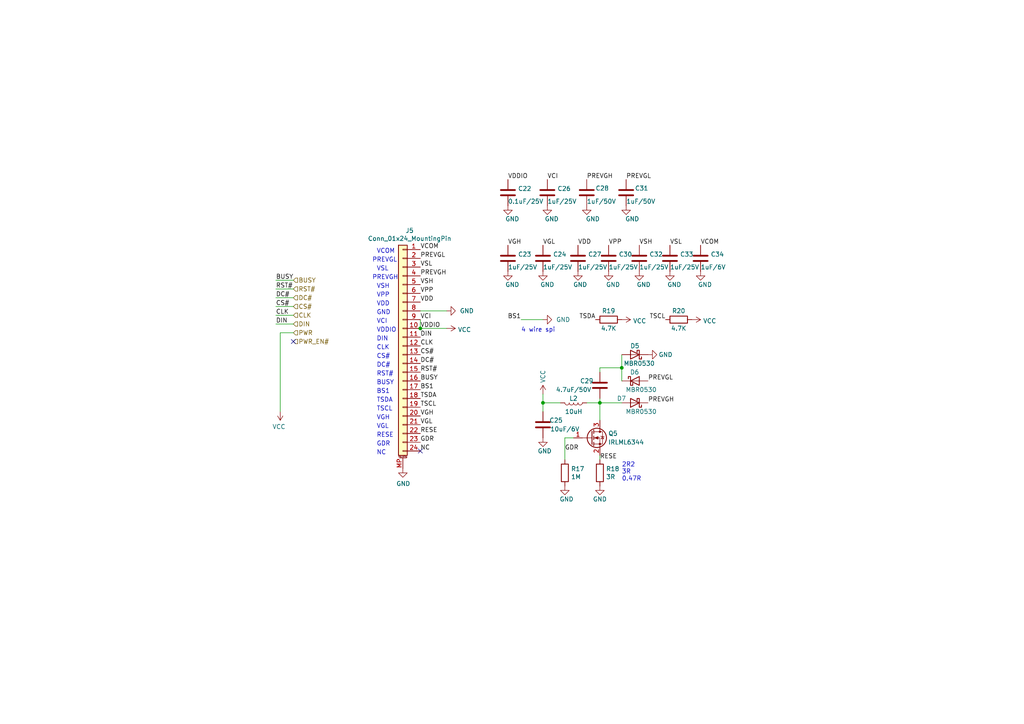
<source format=kicad_sch>
(kicad_sch (version 20211123) (generator eeschema)
  (paper "A4")
  (lib_symbols
    (symbol "Connector_Generic_MountingPin:Conn_01x24_MountingPin" (pin_names (offset 1.016) hide)
      (property "Reference" "J" (at 0 30.48 0))
      (property "Value" "Conn_01x24_MountingPin" (at 1.27 -33.02 0))
      (symbol "Conn_01x24_MountingPin_1_1"
        (rectangle (start -1.27 -30.353) (end 0 -30.607) (stroke (width 0.1524)))
        (rectangle (start -1.27 -27.813) (end 0 -28.067) (stroke (width 0.1524)))
        (rectangle (start -1.27 -25.273) (end 0 -25.527) (stroke (width 0.1524)))
        (rectangle (start -1.27 -22.733) (end 0 -22.987) (stroke (width 0.1524)))
        (rectangle (start -1.27 -20.193) (end 0 -20.447) (stroke (width 0.1524)))
        (rectangle (start -1.27 -17.653) (end 0 -17.907) (stroke (width 0.1524)))
        (rectangle (start -1.27 -15.113) (end 0 -15.367) (stroke (width 0.1524)))
        (rectangle (start -1.27 -12.573) (end 0 -12.827) (stroke (width 0.1524)))
        (rectangle (start -1.27 -10.033) (end 0 -10.287) (stroke (width 0.1524)))
        (rectangle (start -1.27 -7.493) (end 0 -7.747) (stroke (width 0.1524)))
        (rectangle (start -1.27 -4.953) (end 0 -5.207) (stroke (width 0.1524)))
        (rectangle (start -1.27 -2.413) (end 0 -2.667) (stroke (width 0.1524)))
        (rectangle (start -1.27 0.127) (end 0 -0.127) (stroke (width 0.1524)))
        (rectangle (start -1.27 2.667) (end 0 2.413) (stroke (width 0.1524)))
        (rectangle (start -1.27 5.207) (end 0 4.953) (stroke (width 0.1524)))
        (rectangle (start -1.27 7.747) (end 0 7.493) (stroke (width 0.1524)))
        (rectangle (start -1.27 10.287) (end 0 10.033) (stroke (width 0.1524)))
        (rectangle (start -1.27 12.827) (end 0 12.573) (stroke (width 0.1524)))
        (rectangle (start -1.27 15.367) (end 0 15.113) (stroke (width 0.1524)))
        (rectangle (start -1.27 17.907) (end 0 17.653) (stroke (width 0.1524)))
        (rectangle (start -1.27 20.447) (end 0 20.193) (stroke (width 0.1524)))
        (rectangle (start -1.27 22.987) (end 0 22.733) (stroke (width 0.1524)))
        (rectangle (start -1.27 25.527) (end 0 25.273) (stroke (width 0.1524)))
        (rectangle (start -1.27 28.067) (end 0 27.813) (stroke (width 0.1524)))
        (rectangle (start -1.27 29.21) (end 1.27 -31.75) (stroke (width 0.254)) (fill (type background)))
        (polyline (pts (xy -1.016 -32.512) (xy 1.016 -32.512)) (stroke (width 0.1524)))
        (text "Mounting" (at 0 -32.131 0) (effects (font (size 0.381 0.381))))
        (pin passive line (at -5.08 27.94 0) (length 3.81) (name "Pin_1") (number "1"))
        (pin passive line (at -5.08 5.08 0) (length 3.81) (name "Pin_10") (number "10"))
        (pin passive line (at -5.08 2.54 0) (length 3.81) (name "Pin_11") (number "11"))
        (pin passive line (at -5.08 0 0) (length 3.81) (name "Pin_12") (number "12"))
        (pin passive line (at -5.08 -2.54 0) (length 3.81) (name "Pin_13") (number "13"))
        (pin passive line (at -5.08 -5.08 0) (length 3.81) (name "Pin_14") (number "14"))
        (pin passive line (at -5.08 -7.62 0) (length 3.81) (name "Pin_15") (number "15"))
        (pin passive line (at -5.08 -10.16 0) (length 3.81) (name "Pin_16") (number "16"))
        (pin passive line (at -5.08 -12.7 0) (length 3.81) (name "Pin_17") (number "17"))
        (pin passive line (at -5.08 -15.24 0) (length 3.81) (name "Pin_18") (number "18"))
        (pin passive line (at -5.08 -17.78 0) (length 3.81) (name "Pin_19") (number "19"))
        (pin passive line (at -5.08 25.4 0) (length 3.81) (name "Pin_2") (number "2"))
        (pin passive line (at -5.08 -20.32 0) (length 3.81) (name "Pin_20") (number "20"))
        (pin passive line (at -5.08 -22.86 0) (length 3.81) (name "Pin_21") (number "21"))
        (pin passive line (at -5.08 -25.4 0) (length 3.81) (name "Pin_22") (number "22"))
        (pin passive line (at -5.08 -27.94 0) (length 3.81) (name "Pin_23") (number "23"))
        (pin passive line (at -5.08 -30.48 0) (length 3.81) (name "Pin_24") (number "24"))
        (pin passive line (at -5.08 22.86 0) (length 3.81) (name "Pin_3") (number "3"))
        (pin passive line (at -5.08 20.32 0) (length 3.81) (name "Pin_4") (number "4"))
        (pin passive line (at -5.08 17.78 0) (length 3.81) (name "Pin_5") (number "5"))
        (pin passive line (at -5.08 15.24 0) (length 3.81) (name "Pin_6") (number "6"))
        (pin passive line (at -5.08 12.7 0) (length 3.81) (name "Pin_7") (number "7"))
        (pin passive line (at -5.08 10.16 0) (length 3.81) (name "Pin_8") (number "8"))
        (pin passive line (at -5.08 7.62 0) (length 3.81) (name "Pin_9") (number "9"))
        (pin passive line (at 0 -35.56 90) (length 3.048) (name "MountPin") (number "MP"))
      )
    )
    (symbol "Device:C" (pin_numbers hide) (pin_names (offset 0.254))
      (property "Reference" "C" (at 0.635 2.54 0))
      (property "Value" "C" (at 0.635 -2.54 0))
      (symbol "C_0_1"
        (polyline (pts (xy -2.032 -0.762) (xy 2.032 -0.762)) (stroke (width 0.508)))
        (polyline (pts (xy -2.032 0.762) (xy 2.032 0.762)) (stroke (width 0.508)))
      )
      (symbol "C_1_1"
        (pin passive line (at 0 3.81 270) (length 2.794) (name "~") (number "1"))
        (pin passive line (at 0 -3.81 90) (length 2.794) (name "~") (number "2"))
      )
    )
    (symbol "Device:D_Schottky" (pin_numbers hide) (pin_names (offset 1.016) hide)
      (property "Reference" "D" (at 0 2.54 0))
      (property "Value" "D_Schottky" (at 0 -2.54 0))
      (symbol "D_Schottky_0_1"
        (polyline (pts (xy 1.27 0) (xy -1.27 0)))
        (polyline (pts (xy 1.27 1.27) (xy 1.27 -1.27) (xy -1.27 0) (xy 1.27 1.27)) (stroke (width 0.254)))
        (polyline (pts (xy -1.905 0.635) (xy -1.905 1.27) (xy -1.27 1.27) (xy -1.27 -1.27) (xy -0.635 -1.27) (xy -0.635 -0.635)) (stroke (width 0.254)))
      )
      (symbol "D_Schottky_1_1"
        (pin passive line (at -3.81 0 0) (length 2.54) (name "K") (number "1"))
        (pin passive line (at 3.81 0 180) (length 2.54) (name "A") (number "2"))
      )
    )
    (symbol "Device:L" (pin_numbers hide) (pin_names (offset 1.016) hide)
      (property "Reference" "L" (at -1.27 0 90))
      (property "Value" "L" (at 1.905 0 90))
      (symbol "L_0_1"
        (arc (start 0 -2.54) (mid 0.635 -1.905) (end 0 -1.27))
        (arc (start 0 -1.27) (mid 0.635 -0.635) (end 0 0))
        (arc (start 0 0) (mid 0.635 0.635) (end 0 1.27))
        (arc (start 0 1.27) (mid 0.635 1.905) (end 0 2.54))
      )
      (symbol "L_1_1"
        (pin passive line (at 0 3.81 270) (length 1.27) (name "1") (number "1"))
        (pin passive line (at 0 -3.81 90) (length 1.27) (name "2") (number "2"))
      )
    )
    (symbol "Device:Q_NMOS_GSD" (pin_names (offset 0) hide)
      (property "Reference" "Q" (at 5.08 1.27 0))
      (property "Value" "Q_NMOS_GSD" (at 5.08 -1.27 0))
      (symbol "Q_NMOS_GSD_0_1"
        (polyline (pts (xy 0.254 0) (xy -2.54 0)))
        (polyline (pts (xy 0.254 1.905) (xy 0.254 -1.905)) (stroke (width 0.254)))
        (polyline (pts (xy 0.762 -1.27) (xy 0.762 -2.286)) (stroke (width 0.254)))
        (polyline (pts (xy 0.762 0.508) (xy 0.762 -0.508)) (stroke (width 0.254)))
        (polyline (pts (xy 0.762 2.286) (xy 0.762 1.27)) (stroke (width 0.254)))
        (polyline (pts (xy 2.54 2.54) (xy 2.54 1.778)))
        (polyline (pts (xy 2.54 -2.54) (xy 2.54 0) (xy 0.762 0)))
        (polyline (pts (xy 0.762 -1.778) (xy 3.302 -1.778) (xy 3.302 1.778) (xy 0.762 1.778)))
        (polyline (pts (xy 1.016 0) (xy 2.032 0.381) (xy 2.032 -0.381) (xy 1.016 0)) (fill (type outline)))
        (polyline (pts (xy 2.794 0.508) (xy 2.921 0.381) (xy 3.683 0.381) (xy 3.81 0.254)))
        (polyline (pts (xy 3.302 0.381) (xy 2.921 -0.254) (xy 3.683 -0.254) (xy 3.302 0.381)))
        (circle (center 1.651 0) (radius 2.794) (stroke (width 0.254)))
        (circle (center 2.54 -1.778) (radius 0.254) (fill (type outline)))
        (circle (center 2.54 1.778) (radius 0.254) (fill (type outline)))
      )
      (symbol "Q_NMOS_GSD_1_1"
        (pin input line (at -5.08 0 0) (length 2.54) (name "G") (number "1"))
        (pin passive line (at 2.54 -5.08 90) (length 2.54) (name "S") (number "2"))
        (pin passive line (at 2.54 5.08 270) (length 2.54) (name "D") (number "3"))
      )
    )
    (symbol "Device:R" (pin_numbers hide) (pin_names (offset 0))
      (property "Reference" "R" (at 2.032 0 90))
      (property "Value" "R" (at 0 0 90))
      (symbol "R_0_1"
        (rectangle (start -1.016 -2.54) (end 1.016 2.54) (stroke (width 0.254)))
      )
      (symbol "R_1_1"
        (pin passive line (at 0 3.81 270) (length 1.27) (name "~") (number "1"))
        (pin passive line (at 0 -3.81 90) (length 1.27) (name "~") (number "2"))
      )
    )
    (symbol "power:GND" (power) (pin_names (offset 0))
      (property "Value" "GND" (at 0 -3.81 0))
      (symbol "GND_0_1"
        (polyline (pts (xy 0 0) (xy 0 -1.27) (xy 1.27 -1.27) (xy 0 -2.54) (xy -1.27 -1.27) (xy 0 -1.27)))
      )
      (symbol "GND_1_1"
        (pin power_in line (at 0 0 270) (length 0) hide (name "GND") (number "1"))
      )
    )
    (symbol "power:VCC" (power) (pin_names (offset 0))
      (property "Value" "VCC" (at 0 3.81 0))
      (symbol "VCC_0_1"
        (polyline (pts (xy -0.762 1.27) (xy 0 2.54)))
        (polyline (pts (xy 0 0) (xy 0 2.54)))
        (polyline (pts (xy 0 2.54) (xy 0.762 1.27)))
      )
      (symbol "VCC_1_1"
        (pin power_in line (at 0 0 90) (length 0) hide (name "VCC") (number "1"))
      )
    )
  )
  (junction (at 157.48 116.84))
  (junction (at 173.99 116.84))
  (junction (at 180.34 106.68))
  (junction (at 121.92 95.25))
  (no_connect (at 85.09 99.06))
  (no_connect (at 121.92 130.81))
  (wire (pts (xy 80.01 86.36) (xy 85.09 86.36)))
  (wire (pts (xy 151.13 92.71) (xy 157.48 92.71)))
  (wire (pts (xy 173.99 116.84) (xy 173.99 115.57)))
  (wire (pts (xy 166.37 127) (xy 163.83 127)))
  (wire (pts (xy 170.18 116.84) (xy 173.99 116.84)))
  (wire (pts (xy 80.01 93.98) (xy 85.09 93.98)))
  (wire (pts (xy 81.28 96.52) (xy 81.28 119.38)))
  (wire (pts (xy 81.28 96.52) (xy 85.09 96.52)))
  (wire (pts (xy 173.99 106.68) (xy 173.99 107.95)))
  (wire (pts (xy 129.54 90.17) (xy 121.92 90.17)))
  (wire (pts (xy 173.99 116.84) (xy 173.99 121.92)))
  (wire (pts (xy 163.83 127) (xy 163.83 133.35)))
  (wire (pts (xy 80.01 81.28) (xy 85.09 81.28)))
  (wire (pts (xy 80.01 88.9) (xy 85.09 88.9)))
  (wire (pts (xy 173.99 133.35) (xy 173.99 132.08)))
  (wire (pts (xy 180.34 106.68) (xy 173.99 106.68)))
  (wire (pts (xy 157.48 116.84) (xy 162.56 116.84)))
  (wire (pts (xy 157.48 114.3) (xy 157.48 116.84)))
  (wire (pts (xy 180.34 110.49) (xy 180.34 106.68)))
  (wire (pts (xy 129.54 95.25) (xy 121.92 95.25)))
  (wire (pts (xy 80.01 83.82) (xy 85.09 83.82)))
  (wire (pts (xy 180.34 106.68) (xy 180.34 102.87)))
  (wire (pts (xy 157.48 116.84) (xy 157.48 119.38)))
  (wire (pts (xy 121.92 92.71) (xy 121.92 95.25)))
  (wire (pts (xy 80.01 91.44) (xy 85.09 91.44)))
  (wire (pts (xy 173.99 116.84) (xy 180.34 116.84)))
  (text "DIN" (at 109.22 99.06 0) (effects (font (size 1.27 1.27)) (justify left bottom)))
  (text "VGL" (at 109.22 124.46 0) (effects (font (size 1.27 1.27)) (justify left bottom)))
  (text "RESE" (at 109.22 127 0) (effects (font (size 1.27 1.27)) (justify left bottom)))
  (text "CS#" (at 109.22 104.14 0) (effects (font (size 1.27 1.27)) (justify left bottom)))
  (text "VSL" (at 109.22 78.74 0) (effects (font (size 1.27 1.27)) (justify left bottom)))
  (text "4 wire spi" (at 151.13 96.52 0) (effects (font (size 1.27 1.27)) (justify left bottom)))
  (text "VCOM" (at 109.22 73.66 0) (effects (font (size 1.27 1.27)) (justify left bottom)))
  (text "GND" (at 109.22 91.44 0) (effects (font (size 1.27 1.27)) (justify left bottom)))
  (text "RST#" (at 109.22 109.22 0) (effects (font (size 1.27 1.27)) (justify left bottom)))
  (text "VCI" (at 109.22 93.98 0) (effects (font (size 1.27 1.27)) (justify left bottom)))
  (text "NC" (at 109.22 132.08 0) (effects (font (size 1.27 1.27)) (justify left bottom)))
  (text "TSCL" (at 109.22 119.38 0) (effects (font (size 1.27 1.27)) (justify left bottom)))
  (text "PREVGH" (at 107.95 81.28 0) (effects (font (size 1.27 1.27)) (justify left bottom)))
  (text "BS1" (at 109.22 114.3 0) (effects (font (size 1.27 1.27)) (justify left bottom)))
  (text "VPP" (at 109.22 86.36 0) (effects (font (size 1.27 1.27)) (justify left bottom)))
  (text "VGH" (at 109.22 121.92 0) (effects (font (size 1.27 1.27)) (justify left bottom)))
  (text "DC#" (at 109.22 106.68 0) (effects (font (size 1.27 1.27)) (justify left bottom)))
  (text "VDDIO" (at 109.22 96.52 0) (effects (font (size 1.27 1.27)) (justify left bottom)))
  (text "BUSY" (at 109.22 111.76 0) (effects (font (size 1.27 1.27)) (justify left bottom)))
  (text "PREVGL" (at 107.95 76.2 0) (effects (font (size 1.27 1.27)) (justify left bottom)))
  (text "GDR" (at 109.22 129.54 0) (effects (font (size 1.27 1.27)) (justify left bottom)))
  (text "VSH" (at 109.22 83.82 0) (effects (font (size 1.27 1.27)) (justify left bottom)))
  (text "TSDA" (at 109.22 116.84 0) (effects (font (size 1.27 1.27)) (justify left bottom)))
  (text "VDD" (at 109.22 88.9 0) (effects (font (size 1.27 1.27)) (justify left bottom)))
  (text "CLK" (at 109.22 101.6 0) (effects (font (size 1.27 1.27)) (justify left bottom)))
  (text "2R2\n3R\n0.47R" (at 180.34 139.7 0) (effects (font (size 1.27 1.27)) (justify left bottom)))
  (label "CS#" (at 80.01 88.9 0))
  (label "DIN" (at 80.01 93.98 0))
  (label "CLK" (at 80.01 91.44 0))
  (label "TSDA" (at 172.72 92.71 180))
  (label "VPP" (at 121.92 85.09 0))
  (label "VDD" (at 167.64 71.12 0))
  (label "PREVGL" (at 187.96 110.49 0))
  (label "NC" (at 121.92 130.81 0))
  (label "VSL" (at 194.31 71.12 0))
  (label "DC#" (at 80.01 86.36 0))
  (label "VDDIO" (at 121.92 95.25 0))
  (label "VPP" (at 176.53 71.12 0))
  (label "CS#" (at 121.92 102.87 0))
  (label "TSDA" (at 121.92 115.57 0))
  (label "VDD" (at 121.92 87.63 0))
  (label "RST#" (at 121.92 107.95 0))
  (label "VSL" (at 121.92 77.47 0))
  (label "VGL" (at 157.48 71.12 0))
  (label "DC#" (at 121.92 105.41 0))
  (label "VCI" (at 158.75 52.07 0))
  (label "PREVGH" (at 121.92 80.01 0))
  (label "CLK" (at 121.92 100.33 0))
  (label "DIN" (at 121.92 97.79 0))
  (label "BS1" (at 151.13 92.71 180))
  (label "VCI" (at 121.92 92.71 0))
  (label "VCOM" (at 203.2 71.12 0))
  (label "RESE" (at 121.92 125.73 0))
  (label "VGH" (at 121.92 120.65 0))
  (label "TSCL" (at 193.04 92.71 180))
  (label "PREVGH" (at 187.96 116.84 0))
  (label "VSH" (at 121.92 82.55 0))
  (label "BUSY" (at 121.92 110.49 0))
  (label "BS1" (at 121.92 113.03 0))
  (label "RST#" (at 80.01 83.82 0))
  (label "VDDIO" (at 147.32 52.07 0))
  (label "RESE" (at 173.99 133.35 0))
  (label "PREVGH" (at 170.18 52.07 0))
  (label "TSCL" (at 121.92 118.11 0))
  (label "GDR" (at 163.83 130.81 0))
  (label "VCOM" (at 121.92 72.39 0))
  (label "VGL" (at 121.92 123.19 0))
  (label "VGH" (at 147.32 71.12 0))
  (label "GDR" (at 121.92 128.27 0))
  (label "BUSY" (at 80.01 81.28 0))
  (label "PREVGL" (at 181.61 52.07 0))
  (label "VSH" (at 185.42 71.12 0))
  (label "PREVGL" (at 121.92 74.93 0))
  (hierarchical_label "DIN" (shape input) (at 85.09 93.98 0))
  (hierarchical_label "BUSY" (shape input) (at 85.09 81.28 0))
  (hierarchical_label "RST#" (shape input) (at 85.09 83.82 0))
  (hierarchical_label "CS#" (shape input) (at 85.09 88.9 0))
  (hierarchical_label "PWR_EN#" (shape input) (at 85.09 99.06 0))
  (hierarchical_label "CLK" (shape input) (at 85.09 91.44 0))
  (hierarchical_label "PWR" (shape input) (at 85.09 96.52 0))
  (hierarchical_label "DC#" (shape input) (at 85.09 86.36 0))
  (symbol (lib_id "Device:C") (at 203.2 74.93 0) (unit 1)
    (property "Reference" "C34" (at 206.121 73.7616 0) (effects (justify left)))
    (property "Value" "1uF/6V" (at 203.2 77.47 0) (effects (justify left)))
    (property "Footprint" "Capacitor_SMD:C_0603_1608Metric" (effects hide))
  )
  (symbol (lib_id "Device:C") (at 194.31 74.93 0) (unit 1)
    (property "Reference" "C33" (at 197.231 73.7616 0) (effects (justify left)))
    (property "Value" "1uF/25V" (at 194.31 77.47 0) (effects (justify left)))
    (property "Footprint" "Capacitor_SMD:C_0603_1608Metric" (effects hide))
  )
  (symbol (lib_id "Device:C") (at 185.42 74.93 0) (unit 1)
    (property "Reference" "C32" (at 188.341 73.7616 0) (effects (justify left)))
    (property "Value" "1uF/25V" (at 185.42 77.47 0) (effects (justify left)))
    (property "Footprint" "Capacitor_SMD:C_0603_1608Metric" (effects hide))
  )
  (symbol (lib_id "Device:C") (at 167.64 74.93 0) (unit 1)
    (property "Reference" "C27" (at 170.561 73.7616 0) (effects (justify left)))
    (property "Value" "1uF/25V" (at 167.64 77.47 0) (effects (justify left)))
    (property "Footprint" "Capacitor_SMD:C_0603_1608Metric" (effects hide))
  )
  (symbol (lib_id "Device:C") (at 147.32 74.93 0) (unit 1)
    (property "Reference" "C23" (at 150.241 73.7616 0) (effects (justify left)))
    (property "Value" "1uF/25V" (at 147.32 77.47 0) (effects (justify left)))
    (property "Footprint" "Capacitor_SMD:C_0603_1608Metric" (effects hide))
  )
  (symbol (lib_id "Device:C") (at 158.75 55.88 0) (unit 1)
    (property "Reference" "C26" (at 161.671 54.7116 0) (effects (justify left)))
    (property "Value" "1uF/25V" (at 158.75 58.42 0) (effects (justify left)))
    (property "Footprint" "Capacitor_SMD:C_0603_1608Metric" (effects hide))
  )
  (symbol (lib_id "Device:C") (at 157.48 74.93 0) (unit 1)
    (property "Reference" "C24" (at 160.401 73.7616 0) (effects (justify left)))
    (property "Value" "1uF/25V" (at 157.48 77.47 0) (effects (justify left)))
    (property "Footprint" "Capacitor_SMD:C_0603_1608Metric" (effects hide))
  )
  (symbol (lib_id "power:GND") (at 194.31 78.74 0) (unit 1)
    (property "Reference" "#PWR085" (effects hide))
    (property "Value" "GND" (at 195.58 82.55 0))
  )
  (symbol (lib_id "power:GND") (at 167.64 78.74 0) (unit 1)
    (property "Reference" "#PWR077" (effects hide))
    (property "Value" "GND" (at 168.275 82.55 0))
  )
  (symbol (lib_id "power:GND") (at 147.32 78.74 0) (unit 1)
    (property "Reference" "#PWR070" (effects hide))
    (property "Value" "GND" (at 148.59 82.55 0))
  )
  (symbol (lib_id "power:GND") (at 157.48 78.74 0) (unit 1)
    (property "Reference" "#PWR071" (effects hide))
    (property "Value" "GND" (at 158.75 82.55 0))
  )
  (symbol (lib_id "Device:R") (at 176.53 92.71 270) (unit 1)
    (property "Reference" "R19" (at 176.53 90.17 90))
    (property "Value" "4.7K" (at 176.53 95.25 90))
    (property "Footprint" "Resistor_SMD:R_0603_1608Metric" (effects hide))
  )
  (symbol (lib_id "Device:R") (at 196.85 92.71 270) (unit 1)
    (property "Reference" "R20" (at 196.85 90.17 90))
    (property "Value" "4.7K" (at 196.85 95.25 90))
    (property "Footprint" "Resistor_SMD:R_0603_1608Metric" (effects hide))
  )
  (symbol (lib_id "Device:C") (at 181.61 55.88 0) (unit 1)
    (property "Reference" "C31" (at 184.15 54.61 0) (effects (justify left)))
    (property "Value" "1uF/50V" (at 181.61 58.42 0) (effects (justify left)))
    (property "Footprint" "Capacitor_SMD:C_0603_1608Metric" (effects hide))
  )
  (symbol (lib_id "Device:C") (at 170.18 55.88 0) (unit 1)
    (property "Reference" "C28" (at 172.72 54.61 0) (effects (justify left)))
    (property "Value" "1uF/50V" (at 170.18 58.42 0) (effects (justify left)))
    (property "Footprint" "Capacitor_SMD:C_0603_1608Metric" (effects hide))
  )
  (symbol (lib_id "Device:D_Schottky") (at 184.15 110.49 0) (unit 1)
    (property "Reference" "D6" (at 185.42 107.95 0) (effects (justify right)))
    (property "Value" "MBR0530" (at 190.5 113.03 0) (effects (justify right)))
    (property "Footprint" "Diode_SMD:D_SOD-123" (effects hide))
  )
  (symbol (lib_id "Device:D_Schottky") (at 184.15 102.87 180) (unit 1)
    (property "Reference" "D5" (at 184.15 100.33 0))
    (property "Value" "MBR0530" (at 185.42 105.41 0))
    (property "Footprint" "Diode_SMD:D_SOD-123" (effects hide))
  )
  (symbol (lib_id "Device:D_Schottky") (at 184.15 116.84 180) (unit 1)
    (property "Reference" "D7" (at 181.61 115.57 0) (effects (justify left)))
    (property "Value" "MBR0530" (at 190.5 119.38 0) (effects (justify left)))
    (property "Footprint" "Diode_SMD:D_SOD-123" (effects hide))
  )
  (symbol (lib_id "Device:C") (at 173.99 111.76 180) (unit 1)
    (property "Reference" "C29" (at 170.18 110.49 0))
    (property "Value" "4.7uF/50V" (at 166.37 113.03 0))
    (property "Footprint" "Capacitor_SMD:C_0805_2012Metric" (effects hide))
  )
  (symbol (lib_id "Device:L") (at 166.37 116.84 270) (unit 1)
    (property "Reference" "L2" (at 165.1 115.57 90) (effects (justify left)))
    (property "Value" "10uH" (at 163.83 119.38 90) (effects (justify left)))
    (property "Footprint" "Inductor_SMD:L_Coilcraft_XxL4020" (effects hide))
  )
  (symbol (lib_id "Device:C") (at 157.48 123.19 180) (unit 1)
    (property "Reference" "C25" (at 161.29 121.92 0))
    (property "Value" "10uF/6V" (at 163.83 124.46 0))
    (property "Footprint" "Capacitor_SMD:C_0603_1608Metric" (effects hide))
  )
  (symbol (lib_id "Device:Q_NMOS_GSD") (at 171.45 127 0) (unit 1)
    (property "Reference" "Q5" (at 177.8 125.73 0))
    (property "Value" "IRLML6344" (at 181.61 128.27 0))
    (property "Footprint" "Package_TO_SOT_SMD:SOT-23" (effects hide))
  )
  (symbol (lib_id "Connector_Generic_MountingPin:Conn_01x24_MountingPin") (at 116.84 100.33 0) (mirror y) (unit 1)
    (property "Reference" "J5" (at 118.8212 66.8782 0))
    (property "Value" "Conn_01x24_MountingPin" (at 118.8212 69.1896 0))
    (property "Footprint" "Connector_FFC-FPC:TE_2-1734839-4_1x24-1MP_P0.5mm_Horizontal" (effects hide))
  )
  (symbol (lib_id "power:GND") (at 116.84 135.89 0) (unit 1)
    (property "Reference" "#PWR066" (effects hide))
    (property "Value" "GND" (at 116.967 140.2842 0))
  )
  (symbol (lib_id "Device:C") (at 176.53 74.93 0) (unit 1)
    (property "Reference" "C30" (at 179.451 73.7616 0) (effects (justify left)))
    (property "Value" "1uF/25V" (at 176.53 77.47 0) (effects (justify left)))
    (property "Footprint" "Capacitor_SMD:C_0603_1608Metric" (effects hide))
  )
  (symbol (lib_id "power:GND") (at 176.53 78.74 0) (unit 1)
    (property "Reference" "#PWR080" (effects hide))
    (property "Value" "GND" (at 177.8 82.55 0))
  )
  (symbol (lib_id "Device:C") (at 147.32 55.88 0) (unit 1)
    (property "Reference" "C22" (at 150.241 54.7116 0) (effects (justify left)))
    (property "Value" "0.1uF/25V" (at 147.32 58.42 0) (effects (justify left)))
    (property "Footprint" "Capacitor_SMD:C_0603_1608Metric" (effects hide))
  )
  (symbol (lib_id "power:GND") (at 147.32 59.69 0) (unit 1)
    (property "Reference" "#PWR069" (effects hide))
    (property "Value" "GND" (at 148.59 63.5 0))
  )
  (symbol (lib_id "power:VCC") (at 157.48 114.3 0) (unit 1)
    (property "Reference" "#PWR073" (effects hide))
    (property "Value" "VCC" (at 157.48 111.125 90) (effects (justify left)))
  )
  (symbol (lib_id "power:GND") (at 181.61 59.69 0) (unit 1)
    (property "Reference" "#PWR082" (effects hide))
    (property "Value" "GND" (at 185.42 63.5 0) (effects (justify right)))
  )
  (symbol (lib_id "power:VCC") (at 81.28 119.38 180) (unit 1)
    (property "Reference" "#PWR065" (effects hide))
    (property "Value" "VCC" (at 80.899 123.7742 0))
  )
  (symbol (lib_id "power:GND") (at 185.42 78.74 0) (unit 1)
    (property "Reference" "#PWR083" (effects hide))
    (property "Value" "GND" (at 186.69 82.55 0))
  )
  (symbol (lib_id "power:GND") (at 203.2 78.74 0) (unit 1)
    (property "Reference" "#PWR087" (effects hide))
    (property "Value" "GND" (at 204.47 82.55 0))
  )
  (symbol (lib_id "power:VCC") (at 180.34 92.71 270) (unit 1)
    (property "Reference" "#PWR081" (effects hide))
    (property "Value" "VCC" (at 183.5912 93.091 90) (effects (justify left)))
  )
  (symbol (lib_id "power:VCC") (at 200.66 92.71 270) (unit 1)
    (property "Reference" "#PWR086" (effects hide))
    (property "Value" "VCC" (at 203.9112 93.091 90) (effects (justify left)))
  )
  (symbol (lib_id "power:GND") (at 157.48 92.71 90) (unit 1)
    (property "Reference" "#PWR072" (effects hide))
    (property "Value" "GND" (at 161.29 92.71 90) (effects (justify right)))
  )
  (symbol (lib_id "power:GND") (at 157.48 127 0) (unit 1)
    (property "Reference" "#PWR074" (effects hide))
    (property "Value" "GND" (at 160.02 130.81 0) (effects (justify right)))
  )
  (symbol (lib_id "power:GND") (at 158.75 59.69 0) (unit 1)
    (property "Reference" "#PWR075" (effects hide))
    (property "Value" "GND" (at 160.02 63.5 0))
  )
  (symbol (lib_id "power:GND") (at 170.18 59.69 0) (unit 1)
    (property "Reference" "#PWR078" (effects hide))
    (property "Value" "GND" (at 173.99 63.5 0) (effects (justify right)))
  )
  (symbol (lib_id "power:VCC") (at 129.54 95.25 270) (unit 1)
    (property "Reference" "#PWR068" (effects hide))
    (property "Value" "VCC" (at 132.7912 95.631 90) (effects (justify left)))
  )
  (symbol (lib_id "power:GND") (at 129.54 90.17 90) (unit 1)
    (property "Reference" "#PWR067" (effects hide))
    (property "Value" "GND" (at 133.35 90.17 90) (effects (justify right)))
  )
  (symbol (lib_id "Device:R") (at 163.83 137.16 0) (unit 1)
    (property "Reference" "R17" (at 165.608 135.9916 0) (effects (justify left)))
    (property "Value" "1M" (at 165.608 138.303 0) (effects (justify left)))
    (property "Footprint" "Resistor_SMD:R_0603_1608Metric" (effects hide))
  )
  (symbol (lib_id "power:GND") (at 163.83 140.97 0) (unit 1)
    (property "Reference" "#PWR076" (effects hide))
    (property "Value" "GND" (at 166.37 144.78 0) (effects (justify right)))
  )
  (symbol (lib_id "Device:R") (at 173.99 137.16 0) (unit 1)
    (property "Reference" "R18" (at 175.768 135.9916 0) (effects (justify left)))
    (property "Value" "3R" (at 175.768 138.303 0) (effects (justify left)))
    (property "Footprint" "Resistor_SMD:R_0603_1608Metric" (effects hide))
  )
  (symbol (lib_id "power:GND") (at 173.99 140.97 0) (unit 1)
    (property "Reference" "#PWR079" (effects hide))
    (property "Value" "GND" (at 173.99 144.78 0))
  )
  (symbol (lib_id "power:GND") (at 187.96 102.87 90) (unit 1)
    (property "Reference" "#PWR084" (effects hide))
    (property "Value" "GND" (at 193.04 102.87 90))
  )
)
</source>
